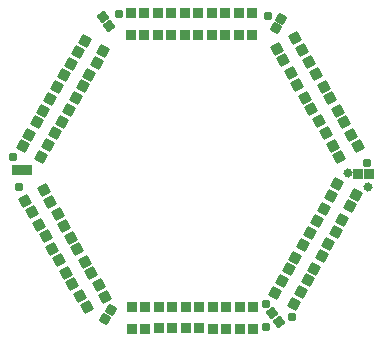
<source format=gts>
G04*
G04 #@! TF.GenerationSoftware,Altium Limited,Altium Designer,24.6.1 (21)*
G04*
G04 Layer_Color=8388736*
%FSLAX25Y25*%
%MOIN*%
G70*
G04*
G04 #@! TF.SameCoordinates,B81F68AC-7AC7-42F5-9DEE-18334BCCA9CF*
G04*
G04*
G04 #@! TF.FilePolarity,Negative*
G04*
G01*
G75*
%ADD20R,0.03556X0.03556*%
G04:AMPARAMS|DCode=21|XSize=27.69mil|YSize=27.69mil|CornerRadius=0mil|HoleSize=0mil|Usage=FLASHONLY|Rotation=90.000|XOffset=0mil|YOffset=0mil|HoleType=Round|Shape=Octagon|*
%AMOCTAGOND21*
4,1,8,0.00692,0.01384,-0.00692,0.01384,-0.01384,0.00692,-0.01384,-0.00692,-0.00692,-0.01384,0.00692,-0.01384,0.01384,-0.00692,0.01384,0.00692,0.00692,0.01384,0.0*
%
%ADD21OCTAGOND21*%

%ADD22P,0.04583X4X375.0*%
%ADD23P,0.04583X4X80.0*%
G04:AMPARAMS|DCode=24|XSize=27.69mil|YSize=27.69mil|CornerRadius=0mil|HoleSize=0mil|Usage=FLASHONLY|Rotation=150.000|XOffset=0mil|YOffset=0mil|HoleType=Round|Shape=Octagon|*
%AMOCTAGOND24*
4,1,8,-0.00853,0.01292,-0.01545,0.00093,-0.01292,-0.00853,-0.00093,-0.01545,0.00853,-0.01292,0.01545,-0.00093,0.01292,0.00853,0.00093,0.01545,-0.00853,0.01292,0.0*
%
%ADD24OCTAGOND24*%

G04:AMPARAMS|DCode=25|XSize=27.69mil|YSize=27.69mil|CornerRadius=0mil|HoleSize=0mil|Usage=FLASHONLY|Rotation=35.000|XOffset=0mil|YOffset=0mil|HoleType=Round|Shape=Octagon|*
%AMOCTAGOND25*
4,1,8,0.01531,0.00227,0.00737,0.01361,-0.00227,0.01531,-0.01361,0.00737,-0.01531,-0.00227,-0.00737,-0.01361,0.00227,-0.01531,0.01361,-0.00737,0.01531,0.00227,0.0*
%
%ADD25OCTAGOND25*%

%ADD26P,0.05029X4X375.0*%
%ADD27P,0.05029X4X75.0*%
%ADD28R,0.03241X0.03241*%
D20*
X106600Y41963D02*
D03*
X106600Y34759D02*
D03*
X102269Y34759D02*
D03*
X102269Y41963D02*
D03*
X93244D02*
D03*
X93244Y34759D02*
D03*
X97575Y34759D02*
D03*
X97575Y41963D02*
D03*
X106431Y132695D02*
D03*
X106431Y139900D02*
D03*
X102100Y139900D02*
D03*
X102100Y132695D02*
D03*
X93100D02*
D03*
X93100Y139900D02*
D03*
X97431Y139900D02*
D03*
X97431Y132695D02*
D03*
X88431Y132695D02*
D03*
X88431Y139900D02*
D03*
X84100Y139900D02*
D03*
X84100Y132695D02*
D03*
X75100D02*
D03*
X75100Y139900D02*
D03*
X79431Y139900D02*
D03*
X79431Y132695D02*
D03*
X70431D02*
D03*
X70431Y139900D02*
D03*
X66100Y139900D02*
D03*
X66100Y132695D02*
D03*
X70500Y41963D02*
D03*
X70500Y34759D02*
D03*
X66169Y34759D02*
D03*
Y41963D02*
D03*
X79525Y42064D02*
D03*
X79525Y34859D02*
D03*
X75194Y34859D02*
D03*
X75194Y42064D02*
D03*
X88550Y42064D02*
D03*
X88550Y34859D02*
D03*
X84219Y34859D02*
D03*
X84219Y42064D02*
D03*
D21*
X111680Y138955D02*
D03*
X119500Y38700D02*
D03*
X144500Y90000D02*
D03*
X111000Y35400D02*
D03*
X110900Y43000D02*
D03*
X26700Y92000D02*
D03*
X61800Y139500D02*
D03*
X28700Y81900D02*
D03*
D22*
X59186Y41034D02*
D03*
X57414Y37966D02*
D03*
X114314Y134866D02*
D03*
X116086Y137934D02*
D03*
D23*
X113084Y39851D02*
D03*
X115116Y36949D02*
D03*
X58716Y135749D02*
D03*
X56684Y138651D02*
D03*
D24*
X145000Y81900D02*
D03*
D25*
X138200Y86444D02*
D03*
D26*
X116264Y50430D02*
D03*
X122504Y46828D02*
D03*
X120339Y43077D02*
D03*
X114099Y46679D02*
D03*
X120765Y58330D02*
D03*
X127004Y54728D02*
D03*
X124839Y50977D02*
D03*
X118599Y54580D02*
D03*
X125464Y66430D02*
D03*
X131704Y62828D02*
D03*
X129539Y59077D02*
D03*
X123299Y62679D02*
D03*
X130165Y74430D02*
D03*
X136404Y70828D02*
D03*
X134239Y67077D02*
D03*
X127999Y70679D02*
D03*
X134736Y82788D02*
D03*
X140976Y79185D02*
D03*
X138810Y75435D02*
D03*
X132571Y79037D02*
D03*
X54592Y123354D02*
D03*
X48352Y126957D02*
D03*
X50518Y130707D02*
D03*
X56757Y127105D02*
D03*
X52057Y119405D02*
D03*
X45818Y123007D02*
D03*
X43652Y119257D02*
D03*
X49892Y115655D02*
D03*
X45292Y107755D02*
D03*
X39052Y111357D02*
D03*
X41218Y115107D02*
D03*
X47457Y111505D02*
D03*
X42893Y103693D02*
D03*
X36654Y107295D02*
D03*
X34489Y103545D02*
D03*
X40728Y99942D02*
D03*
X36092Y92054D02*
D03*
X29852Y95657D02*
D03*
X32018Y99407D02*
D03*
X38257Y95805D02*
D03*
D27*
X133193Y95709D02*
D03*
X139432Y99311D02*
D03*
X141598Y95561D02*
D03*
X135358Y91958D02*
D03*
X128693Y103809D02*
D03*
X134932Y107411D02*
D03*
X137098Y103661D02*
D03*
X130858Y100058D02*
D03*
X123893Y111709D02*
D03*
X130132Y115311D02*
D03*
X132298Y111561D02*
D03*
X126058Y107958D02*
D03*
X119128Y119842D02*
D03*
X125368Y123445D02*
D03*
X127533Y119694D02*
D03*
X121293Y116092D02*
D03*
X114493Y127909D02*
D03*
X120732Y131511D02*
D03*
X122898Y127761D02*
D03*
X116658Y124158D02*
D03*
X36863Y80793D02*
D03*
X30623Y77190D02*
D03*
X32789Y73440D02*
D03*
X39028Y77042D02*
D03*
X43728Y69042D02*
D03*
X37489Y65440D02*
D03*
X35323Y69190D02*
D03*
X41563Y72793D02*
D03*
X45863Y64893D02*
D03*
X39623Y61290D02*
D03*
X41789Y57540D02*
D03*
X48028Y61142D02*
D03*
X52628Y53242D02*
D03*
X46389Y49640D02*
D03*
X44223Y53390D02*
D03*
X50463Y56993D02*
D03*
X55198Y49126D02*
D03*
X48959Y45524D02*
D03*
X51124Y41773D02*
D03*
X57363Y45376D02*
D03*
D28*
X31400Y87700D02*
D03*
X27857D02*
D03*
X141628Y86100D02*
D03*
X145172D02*
D03*
M02*

</source>
